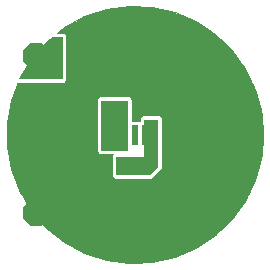
<source format=gbl>
G75*
%MOIN*%
%OFA0B0*%
%FSLAX25Y25*%
%IPPOS*%
%LPD*%
%AMOC8*
5,1,8,0,0,1.08239X$1,22.5*
%
%ADD10R,0.01969X0.06693*%
%ADD11R,0.00984X0.06693*%
%ADD12OC8,0.08600*%
%ADD13C,0.00300*%
%ADD14C,0.02778*%
%ADD15C,0.03762*%
%ADD16C,0.05000*%
D10*
X0046600Y0047850D03*
D11*
X0043746Y0047850D03*
X0049454Y0047850D03*
D12*
X0013475Y0074100D03*
X0013475Y0021600D03*
D13*
X0020355Y0014193D02*
X0073082Y0014193D01*
X0073317Y0014349D02*
X0066905Y0010116D01*
X0059841Y0007097D01*
X0052352Y0005388D01*
X0044678Y0005043D01*
X0037065Y0006074D01*
X0029759Y0008448D01*
X0022994Y0012089D01*
X0016988Y0016878D01*
X0011934Y0022663D01*
X0007993Y0029258D01*
X0005294Y0036450D01*
X0003922Y0044009D01*
X0003922Y0051691D01*
X0005294Y0059250D01*
X0007490Y0065100D01*
X0022846Y0065100D01*
X0023725Y0065979D01*
X0023725Y0080971D01*
X0022846Y0081850D01*
X0020785Y0081850D01*
X0022994Y0083611D01*
X0029759Y0087252D01*
X0037065Y0089626D01*
X0044678Y0090657D01*
X0052352Y0090312D01*
X0059841Y0088603D01*
X0066905Y0085584D01*
X0073317Y0081351D01*
X0078869Y0076043D01*
X0083385Y0069828D01*
X0086718Y0062906D01*
X0088761Y0055501D01*
X0089450Y0047850D01*
X0088761Y0040199D01*
X0086718Y0032794D01*
X0083385Y0025872D01*
X0078869Y0019657D01*
X0073317Y0014349D01*
X0073467Y0014492D02*
X0019980Y0014492D01*
X0019606Y0014790D02*
X0073779Y0014790D01*
X0074091Y0015089D02*
X0019232Y0015089D01*
X0018857Y0015387D02*
X0074403Y0015387D01*
X0074715Y0015686D02*
X0018483Y0015686D01*
X0018109Y0015984D02*
X0075028Y0015984D01*
X0075340Y0016283D02*
X0017734Y0016283D01*
X0017360Y0016582D02*
X0075652Y0016582D01*
X0075964Y0016880D02*
X0016986Y0016880D01*
X0016726Y0017179D02*
X0076277Y0017179D01*
X0076589Y0017477D02*
X0016465Y0017477D01*
X0016204Y0017776D02*
X0076901Y0017776D01*
X0077213Y0018074D02*
X0015943Y0018074D01*
X0015682Y0018373D02*
X0077525Y0018373D01*
X0077838Y0018671D02*
X0015422Y0018671D01*
X0015161Y0018970D02*
X0078150Y0018970D01*
X0078462Y0019268D02*
X0014900Y0019268D01*
X0014639Y0019567D02*
X0078774Y0019567D01*
X0078869Y0019657D02*
X0078869Y0019657D01*
X0079020Y0019865D02*
X0014378Y0019865D01*
X0014118Y0020164D02*
X0079237Y0020164D01*
X0079454Y0020462D02*
X0013857Y0020462D01*
X0013596Y0020761D02*
X0079671Y0020761D01*
X0079888Y0021059D02*
X0013335Y0021059D01*
X0013074Y0021358D02*
X0080105Y0021358D01*
X0080321Y0021656D02*
X0012814Y0021656D01*
X0012553Y0021955D02*
X0080538Y0021955D01*
X0080755Y0022253D02*
X0012292Y0022253D01*
X0012031Y0022552D02*
X0080972Y0022552D01*
X0081189Y0022850D02*
X0011822Y0022850D01*
X0011644Y0023149D02*
X0081406Y0023149D01*
X0081623Y0023447D02*
X0011465Y0023447D01*
X0011287Y0023746D02*
X0081840Y0023746D01*
X0082056Y0024044D02*
X0011109Y0024044D01*
X0010930Y0024343D02*
X0082273Y0024343D01*
X0082490Y0024641D02*
X0010752Y0024641D01*
X0010573Y0024940D02*
X0082707Y0024940D01*
X0082924Y0025238D02*
X0010395Y0025238D01*
X0010217Y0025537D02*
X0083141Y0025537D01*
X0083358Y0025835D02*
X0010038Y0025835D01*
X0009860Y0026134D02*
X0083511Y0026134D01*
X0083654Y0026432D02*
X0009682Y0026432D01*
X0009503Y0026731D02*
X0083798Y0026731D01*
X0083942Y0027029D02*
X0009325Y0027029D01*
X0009147Y0027328D02*
X0084086Y0027328D01*
X0084229Y0027626D02*
X0008968Y0027626D01*
X0008790Y0027925D02*
X0084373Y0027925D01*
X0084517Y0028223D02*
X0008612Y0028223D01*
X0008433Y0028522D02*
X0084661Y0028522D01*
X0084804Y0028820D02*
X0008255Y0028820D01*
X0008077Y0029119D02*
X0084948Y0029119D01*
X0085092Y0029418D02*
X0007934Y0029418D01*
X0007822Y0029716D02*
X0085236Y0029716D01*
X0085379Y0030015D02*
X0007710Y0030015D01*
X0007598Y0030313D02*
X0085523Y0030313D01*
X0085667Y0030612D02*
X0007486Y0030612D01*
X0007373Y0030910D02*
X0085811Y0030910D01*
X0085954Y0031209D02*
X0007261Y0031209D01*
X0007149Y0031507D02*
X0086098Y0031507D01*
X0086242Y0031806D02*
X0007037Y0031806D01*
X0006925Y0032104D02*
X0086386Y0032104D01*
X0086529Y0032403D02*
X0006813Y0032403D01*
X0006701Y0032701D02*
X0086673Y0032701D01*
X0086775Y0033000D02*
X0006589Y0033000D01*
X0006477Y0033298D02*
X0039656Y0033298D01*
X0039729Y0033225D02*
X0040971Y0033225D01*
X0052221Y0033225D01*
X0053100Y0034104D01*
X0055600Y0036604D01*
X0055600Y0053471D01*
X0054721Y0054350D01*
X0049104Y0054350D01*
X0048225Y0053471D01*
X0048225Y0052465D01*
X0048143Y0052546D01*
X0045600Y0052546D01*
X0045600Y0059721D01*
X0044721Y0060600D01*
X0034729Y0060600D01*
X0033850Y0059721D01*
X0033850Y0042229D01*
X0034729Y0041350D01*
X0039229Y0041350D01*
X0038850Y0040971D01*
X0038850Y0034104D01*
X0039729Y0033225D01*
X0039357Y0033597D02*
X0006365Y0033597D01*
X0006253Y0033895D02*
X0039058Y0033895D01*
X0038850Y0034194D02*
X0006141Y0034194D01*
X0006029Y0034492D02*
X0038850Y0034492D01*
X0038850Y0034791D02*
X0005917Y0034791D01*
X0005805Y0035089D02*
X0038850Y0035089D01*
X0038850Y0035388D02*
X0005693Y0035388D01*
X0005581Y0035686D02*
X0038850Y0035686D01*
X0038850Y0035985D02*
X0005469Y0035985D01*
X0005357Y0036283D02*
X0038850Y0036283D01*
X0038850Y0036582D02*
X0005270Y0036582D01*
X0005216Y0036880D02*
X0038850Y0036880D01*
X0038850Y0037179D02*
X0005162Y0037179D01*
X0005108Y0037477D02*
X0038850Y0037477D01*
X0038850Y0037776D02*
X0005054Y0037776D01*
X0004999Y0038074D02*
X0038850Y0038074D01*
X0038850Y0038373D02*
X0004945Y0038373D01*
X0004891Y0038671D02*
X0038850Y0038671D01*
X0038850Y0038970D02*
X0004837Y0038970D01*
X0004783Y0039268D02*
X0038850Y0039268D01*
X0038850Y0039567D02*
X0004729Y0039567D01*
X0004674Y0039865D02*
X0038850Y0039865D01*
X0038850Y0040164D02*
X0004620Y0040164D01*
X0004566Y0040462D02*
X0038850Y0040462D01*
X0038850Y0040761D02*
X0004512Y0040761D01*
X0004458Y0041059D02*
X0038938Y0041059D01*
X0040350Y0040350D02*
X0049725Y0040350D01*
X0049725Y0052850D01*
X0054100Y0052850D01*
X0054100Y0037225D01*
X0051600Y0034725D01*
X0040350Y0034725D01*
X0040350Y0040350D01*
X0040350Y0040164D02*
X0054100Y0040164D01*
X0054100Y0040462D02*
X0049725Y0040462D01*
X0049725Y0040761D02*
X0054100Y0040761D01*
X0054100Y0041059D02*
X0049725Y0041059D01*
X0049725Y0041358D02*
X0054100Y0041358D01*
X0054100Y0041656D02*
X0049725Y0041656D01*
X0049725Y0041955D02*
X0054100Y0041955D01*
X0054100Y0042253D02*
X0049725Y0042253D01*
X0049725Y0042552D02*
X0054100Y0042552D01*
X0054100Y0042851D02*
X0049725Y0042851D01*
X0049725Y0043149D02*
X0054100Y0043149D01*
X0054100Y0043448D02*
X0049725Y0043448D01*
X0049725Y0043746D02*
X0054100Y0043746D01*
X0054100Y0044045D02*
X0049725Y0044045D01*
X0049725Y0044343D02*
X0054100Y0044343D01*
X0054100Y0044642D02*
X0049725Y0044642D01*
X0049725Y0044940D02*
X0054100Y0044940D01*
X0054100Y0045239D02*
X0049725Y0045239D01*
X0049725Y0045537D02*
X0054100Y0045537D01*
X0054100Y0045836D02*
X0049725Y0045836D01*
X0049725Y0046134D02*
X0054100Y0046134D01*
X0054100Y0046433D02*
X0049725Y0046433D01*
X0049725Y0046731D02*
X0054100Y0046731D01*
X0054100Y0047030D02*
X0049725Y0047030D01*
X0049725Y0047328D02*
X0054100Y0047328D01*
X0054100Y0047627D02*
X0049725Y0047627D01*
X0049725Y0047925D02*
X0054100Y0047925D01*
X0054100Y0048224D02*
X0049725Y0048224D01*
X0049725Y0048522D02*
X0054100Y0048522D01*
X0054100Y0048821D02*
X0049725Y0048821D01*
X0049725Y0049119D02*
X0054100Y0049119D01*
X0054100Y0049418D02*
X0049725Y0049418D01*
X0049725Y0049716D02*
X0054100Y0049716D01*
X0054100Y0050015D02*
X0049725Y0050015D01*
X0049725Y0050313D02*
X0054100Y0050313D01*
X0054100Y0050612D02*
X0049725Y0050612D01*
X0049725Y0050910D02*
X0054100Y0050910D01*
X0054100Y0051209D02*
X0049725Y0051209D01*
X0049725Y0051507D02*
X0054100Y0051507D01*
X0054100Y0051806D02*
X0049725Y0051806D01*
X0049725Y0052104D02*
X0054100Y0052104D01*
X0054100Y0052403D02*
X0049725Y0052403D01*
X0049725Y0052701D02*
X0054100Y0052701D01*
X0055600Y0052701D02*
X0089013Y0052701D01*
X0089040Y0052403D02*
X0055600Y0052403D01*
X0055600Y0052104D02*
X0089067Y0052104D01*
X0089094Y0051806D02*
X0055600Y0051806D01*
X0055600Y0051507D02*
X0089121Y0051507D01*
X0089148Y0051209D02*
X0055600Y0051209D01*
X0055600Y0050910D02*
X0089175Y0050910D01*
X0089201Y0050612D02*
X0055600Y0050612D01*
X0055600Y0050313D02*
X0089228Y0050313D01*
X0089255Y0050015D02*
X0055600Y0050015D01*
X0055600Y0049716D02*
X0089282Y0049716D01*
X0089309Y0049418D02*
X0055600Y0049418D01*
X0055600Y0049119D02*
X0089336Y0049119D01*
X0089363Y0048821D02*
X0055600Y0048821D01*
X0055600Y0048522D02*
X0089389Y0048522D01*
X0089416Y0048224D02*
X0055600Y0048224D01*
X0055600Y0047925D02*
X0089443Y0047925D01*
X0089430Y0047627D02*
X0055600Y0047627D01*
X0055600Y0047328D02*
X0089403Y0047328D01*
X0089376Y0047030D02*
X0055600Y0047030D01*
X0055600Y0046731D02*
X0089349Y0046731D01*
X0089322Y0046433D02*
X0055600Y0046433D01*
X0055600Y0046134D02*
X0089296Y0046134D01*
X0089269Y0045836D02*
X0055600Y0045836D01*
X0055600Y0045537D02*
X0089242Y0045537D01*
X0089215Y0045239D02*
X0055600Y0045239D01*
X0055600Y0044940D02*
X0089188Y0044940D01*
X0089161Y0044642D02*
X0055600Y0044642D01*
X0055600Y0044343D02*
X0089134Y0044343D01*
X0089108Y0044045D02*
X0055600Y0044045D01*
X0055600Y0043746D02*
X0089081Y0043746D01*
X0089054Y0043448D02*
X0055600Y0043448D01*
X0055600Y0043149D02*
X0089027Y0043149D01*
X0089000Y0042851D02*
X0055600Y0042851D01*
X0055600Y0042552D02*
X0088973Y0042552D01*
X0088946Y0042253D02*
X0055600Y0042253D01*
X0055600Y0041955D02*
X0088919Y0041955D01*
X0088893Y0041656D02*
X0055600Y0041656D01*
X0055600Y0041358D02*
X0088866Y0041358D01*
X0088839Y0041059D02*
X0055600Y0041059D01*
X0055600Y0040761D02*
X0088812Y0040761D01*
X0088785Y0040462D02*
X0055600Y0040462D01*
X0055600Y0040164D02*
X0088752Y0040164D01*
X0088761Y0040199D02*
X0088761Y0040199D01*
X0088669Y0039865D02*
X0055600Y0039865D01*
X0055600Y0039567D02*
X0088587Y0039567D01*
X0088505Y0039268D02*
X0055600Y0039268D01*
X0055600Y0038970D02*
X0088422Y0038970D01*
X0088340Y0038671D02*
X0055600Y0038671D01*
X0055600Y0038373D02*
X0088257Y0038373D01*
X0088175Y0038074D02*
X0055600Y0038074D01*
X0055600Y0037776D02*
X0088093Y0037776D01*
X0088010Y0037477D02*
X0055600Y0037477D01*
X0055600Y0037179D02*
X0087928Y0037179D01*
X0087846Y0036880D02*
X0055600Y0036880D01*
X0055578Y0036582D02*
X0087763Y0036582D01*
X0087681Y0036283D02*
X0055280Y0036283D01*
X0054981Y0035985D02*
X0087598Y0035985D01*
X0087516Y0035686D02*
X0054683Y0035686D01*
X0054384Y0035388D02*
X0087434Y0035388D01*
X0087351Y0035089D02*
X0054086Y0035089D01*
X0053787Y0034791D02*
X0087269Y0034791D01*
X0087186Y0034492D02*
X0053489Y0034492D01*
X0053190Y0034194D02*
X0087104Y0034194D01*
X0087022Y0033895D02*
X0052891Y0033895D01*
X0052593Y0033597D02*
X0086939Y0033597D01*
X0086857Y0033298D02*
X0052294Y0033298D01*
X0051666Y0034791D02*
X0040350Y0034791D01*
X0040350Y0035089D02*
X0051964Y0035089D01*
X0052263Y0035388D02*
X0040350Y0035388D01*
X0040350Y0035686D02*
X0052561Y0035686D01*
X0052860Y0035985D02*
X0040350Y0035985D01*
X0040350Y0036283D02*
X0053158Y0036283D01*
X0053457Y0036582D02*
X0040350Y0036582D01*
X0040350Y0036880D02*
X0053755Y0036880D01*
X0054054Y0037179D02*
X0040350Y0037179D01*
X0040350Y0037477D02*
X0054100Y0037477D01*
X0054100Y0037776D02*
X0040350Y0037776D01*
X0040350Y0038074D02*
X0054100Y0038074D01*
X0054100Y0038373D02*
X0040350Y0038373D01*
X0040350Y0038671D02*
X0054100Y0038671D01*
X0054100Y0038970D02*
X0040350Y0038970D01*
X0040350Y0039268D02*
X0054100Y0039268D01*
X0054100Y0039567D02*
X0040350Y0039567D01*
X0040350Y0039865D02*
X0054100Y0039865D01*
X0044100Y0042850D02*
X0035350Y0042850D01*
X0035350Y0059100D01*
X0044100Y0059100D01*
X0044100Y0042850D01*
X0044100Y0042851D02*
X0035350Y0042851D01*
X0035350Y0043149D02*
X0044100Y0043149D01*
X0044100Y0043448D02*
X0035350Y0043448D01*
X0035350Y0043746D02*
X0044100Y0043746D01*
X0044100Y0044045D02*
X0035350Y0044045D01*
X0035350Y0044343D02*
X0044100Y0044343D01*
X0044100Y0044642D02*
X0035350Y0044642D01*
X0035350Y0044940D02*
X0044100Y0044940D01*
X0044100Y0045239D02*
X0035350Y0045239D01*
X0035350Y0045537D02*
X0044100Y0045537D01*
X0044100Y0045836D02*
X0035350Y0045836D01*
X0035350Y0046134D02*
X0044100Y0046134D01*
X0044100Y0046433D02*
X0035350Y0046433D01*
X0035350Y0046731D02*
X0044100Y0046731D01*
X0044100Y0047030D02*
X0035350Y0047030D01*
X0035350Y0047328D02*
X0044100Y0047328D01*
X0044100Y0047627D02*
X0035350Y0047627D01*
X0035350Y0047925D02*
X0044100Y0047925D01*
X0044100Y0048224D02*
X0035350Y0048224D01*
X0035350Y0048522D02*
X0044100Y0048522D01*
X0044100Y0048821D02*
X0035350Y0048821D01*
X0035350Y0049119D02*
X0044100Y0049119D01*
X0044100Y0049418D02*
X0035350Y0049418D01*
X0035350Y0049716D02*
X0044100Y0049716D01*
X0044100Y0050015D02*
X0035350Y0050015D01*
X0035350Y0050313D02*
X0044100Y0050313D01*
X0044100Y0050612D02*
X0035350Y0050612D01*
X0035350Y0050910D02*
X0044100Y0050910D01*
X0044100Y0051209D02*
X0035350Y0051209D01*
X0035350Y0051507D02*
X0044100Y0051507D01*
X0044100Y0051806D02*
X0035350Y0051806D01*
X0035350Y0052104D02*
X0044100Y0052104D01*
X0044100Y0052403D02*
X0035350Y0052403D01*
X0035350Y0052701D02*
X0044100Y0052701D01*
X0044100Y0053000D02*
X0035350Y0053000D01*
X0035350Y0053298D02*
X0044100Y0053298D01*
X0044100Y0053597D02*
X0035350Y0053597D01*
X0035350Y0053895D02*
X0044100Y0053895D01*
X0044100Y0054194D02*
X0035350Y0054194D01*
X0035350Y0054492D02*
X0044100Y0054492D01*
X0044100Y0054791D02*
X0035350Y0054791D01*
X0035350Y0055089D02*
X0044100Y0055089D01*
X0044100Y0055388D02*
X0035350Y0055388D01*
X0035350Y0055687D02*
X0044100Y0055687D01*
X0044100Y0055985D02*
X0035350Y0055985D01*
X0035350Y0056284D02*
X0044100Y0056284D01*
X0044100Y0056582D02*
X0035350Y0056582D01*
X0035350Y0056881D02*
X0044100Y0056881D01*
X0044100Y0057179D02*
X0035350Y0057179D01*
X0035350Y0057478D02*
X0044100Y0057478D01*
X0044100Y0057776D02*
X0035350Y0057776D01*
X0035350Y0058075D02*
X0044100Y0058075D01*
X0044100Y0058373D02*
X0035350Y0058373D01*
X0035350Y0058672D02*
X0044100Y0058672D01*
X0044100Y0058970D02*
X0035350Y0058970D01*
X0033850Y0058970D02*
X0005243Y0058970D01*
X0005189Y0058672D02*
X0033850Y0058672D01*
X0033850Y0058373D02*
X0005135Y0058373D01*
X0005081Y0058075D02*
X0033850Y0058075D01*
X0033850Y0057776D02*
X0005027Y0057776D01*
X0004973Y0057478D02*
X0033850Y0057478D01*
X0033850Y0057179D02*
X0004918Y0057179D01*
X0004864Y0056881D02*
X0033850Y0056881D01*
X0033850Y0056582D02*
X0004810Y0056582D01*
X0004756Y0056284D02*
X0033850Y0056284D01*
X0033850Y0055985D02*
X0004702Y0055985D01*
X0004648Y0055687D02*
X0033850Y0055687D01*
X0033850Y0055388D02*
X0004593Y0055388D01*
X0004539Y0055089D02*
X0033850Y0055089D01*
X0033850Y0054791D02*
X0004485Y0054791D01*
X0004431Y0054492D02*
X0033850Y0054492D01*
X0033850Y0054194D02*
X0004377Y0054194D01*
X0004323Y0053895D02*
X0033850Y0053895D01*
X0033850Y0053597D02*
X0004268Y0053597D01*
X0004214Y0053298D02*
X0033850Y0053298D01*
X0033850Y0053000D02*
X0004160Y0053000D01*
X0004106Y0052701D02*
X0033850Y0052701D01*
X0033850Y0052403D02*
X0004052Y0052403D01*
X0003997Y0052104D02*
X0033850Y0052104D01*
X0033850Y0051806D02*
X0003943Y0051806D01*
X0003922Y0051507D02*
X0033850Y0051507D01*
X0033850Y0051209D02*
X0003922Y0051209D01*
X0003922Y0050910D02*
X0033850Y0050910D01*
X0033850Y0050612D02*
X0003922Y0050612D01*
X0003922Y0050313D02*
X0033850Y0050313D01*
X0033850Y0050015D02*
X0003922Y0050015D01*
X0003922Y0049716D02*
X0033850Y0049716D01*
X0033850Y0049418D02*
X0003922Y0049418D01*
X0003922Y0049119D02*
X0033850Y0049119D01*
X0033850Y0048821D02*
X0003922Y0048821D01*
X0003922Y0048522D02*
X0033850Y0048522D01*
X0033850Y0048224D02*
X0003922Y0048224D01*
X0003922Y0047925D02*
X0033850Y0047925D01*
X0033850Y0047627D02*
X0003922Y0047627D01*
X0003922Y0047328D02*
X0033850Y0047328D01*
X0033850Y0047030D02*
X0003922Y0047030D01*
X0003922Y0046731D02*
X0033850Y0046731D01*
X0033850Y0046433D02*
X0003922Y0046433D01*
X0003922Y0046134D02*
X0033850Y0046134D01*
X0033850Y0045836D02*
X0003922Y0045836D01*
X0003922Y0045537D02*
X0033850Y0045537D01*
X0033850Y0045239D02*
X0003922Y0045239D01*
X0003922Y0044940D02*
X0033850Y0044940D01*
X0033850Y0044642D02*
X0003922Y0044642D01*
X0003922Y0044343D02*
X0033850Y0044343D01*
X0033850Y0044045D02*
X0003922Y0044045D01*
X0003970Y0043746D02*
X0033850Y0043746D01*
X0033850Y0043448D02*
X0004024Y0043448D01*
X0004079Y0043149D02*
X0033850Y0043149D01*
X0033850Y0042851D02*
X0004133Y0042851D01*
X0004187Y0042552D02*
X0033850Y0042552D01*
X0033850Y0042253D02*
X0004241Y0042253D01*
X0004295Y0041955D02*
X0034124Y0041955D01*
X0034422Y0041656D02*
X0004349Y0041656D01*
X0004404Y0041358D02*
X0034721Y0041358D01*
X0045600Y0052701D02*
X0048225Y0052701D01*
X0048225Y0053000D02*
X0045600Y0053000D01*
X0045600Y0053298D02*
X0048225Y0053298D01*
X0048351Y0053597D02*
X0045600Y0053597D01*
X0045600Y0053895D02*
X0048649Y0053895D01*
X0048948Y0054194D02*
X0045600Y0054194D01*
X0045600Y0054492D02*
X0088852Y0054492D01*
X0088879Y0054194D02*
X0054877Y0054194D01*
X0055176Y0053895D02*
X0088906Y0053895D01*
X0088933Y0053597D02*
X0055474Y0053597D01*
X0055600Y0053298D02*
X0088960Y0053298D01*
X0088986Y0053000D02*
X0055600Y0053000D01*
X0045600Y0054791D02*
X0088825Y0054791D01*
X0088798Y0055089D02*
X0045600Y0055089D01*
X0045600Y0055388D02*
X0088772Y0055388D01*
X0088710Y0055687D02*
X0045600Y0055687D01*
X0045600Y0055985D02*
X0088628Y0055985D01*
X0088545Y0056284D02*
X0045600Y0056284D01*
X0045600Y0056582D02*
X0088463Y0056582D01*
X0088381Y0056881D02*
X0045600Y0056881D01*
X0045600Y0057179D02*
X0088298Y0057179D01*
X0088216Y0057478D02*
X0045600Y0057478D01*
X0045600Y0057776D02*
X0088134Y0057776D01*
X0088051Y0058075D02*
X0045600Y0058075D01*
X0045600Y0058373D02*
X0087969Y0058373D01*
X0087886Y0058672D02*
X0045600Y0058672D01*
X0045600Y0058970D02*
X0087804Y0058970D01*
X0087722Y0059269D02*
X0045600Y0059269D01*
X0045600Y0059567D02*
X0087639Y0059567D01*
X0087557Y0059866D02*
X0045456Y0059866D01*
X0045157Y0060164D02*
X0087474Y0060164D01*
X0087392Y0060463D02*
X0044859Y0060463D01*
X0034591Y0060463D02*
X0005749Y0060463D01*
X0005861Y0060761D02*
X0087310Y0060761D01*
X0087227Y0061060D02*
X0005973Y0061060D01*
X0006086Y0061358D02*
X0087145Y0061358D01*
X0087063Y0061657D02*
X0006198Y0061657D01*
X0006310Y0061955D02*
X0086980Y0061955D01*
X0086898Y0062254D02*
X0006422Y0062254D01*
X0006534Y0062552D02*
X0086815Y0062552D01*
X0086733Y0062851D02*
X0006646Y0062851D01*
X0006758Y0063149D02*
X0086601Y0063149D01*
X0086457Y0063448D02*
X0006870Y0063448D01*
X0006982Y0063746D02*
X0086313Y0063746D01*
X0086169Y0064045D02*
X0007094Y0064045D01*
X0007206Y0064343D02*
X0086026Y0064343D01*
X0085882Y0064642D02*
X0007318Y0064642D01*
X0007430Y0064940D02*
X0085738Y0064940D01*
X0085594Y0065239D02*
X0022985Y0065239D01*
X0023284Y0065537D02*
X0085451Y0065537D01*
X0085307Y0065836D02*
X0023582Y0065836D01*
X0023725Y0066134D02*
X0085163Y0066134D01*
X0085019Y0066433D02*
X0023725Y0066433D01*
X0023725Y0066731D02*
X0084876Y0066731D01*
X0084732Y0067030D02*
X0023725Y0067030D01*
X0023725Y0067328D02*
X0084588Y0067328D01*
X0084444Y0067627D02*
X0023725Y0067627D01*
X0023725Y0067925D02*
X0084301Y0067925D01*
X0084157Y0068224D02*
X0023725Y0068224D01*
X0023725Y0068522D02*
X0084013Y0068522D01*
X0083869Y0068821D02*
X0023725Y0068821D01*
X0023725Y0069120D02*
X0083726Y0069120D01*
X0083582Y0069418D02*
X0023725Y0069418D01*
X0023725Y0069717D02*
X0083438Y0069717D01*
X0083248Y0070015D02*
X0023725Y0070015D01*
X0023725Y0070314D02*
X0083032Y0070314D01*
X0082815Y0070612D02*
X0023725Y0070612D01*
X0023725Y0070911D02*
X0082598Y0070911D01*
X0082381Y0071209D02*
X0023725Y0071209D01*
X0023725Y0071508D02*
X0082164Y0071508D01*
X0081947Y0071806D02*
X0023725Y0071806D01*
X0023725Y0072105D02*
X0081730Y0072105D01*
X0081513Y0072403D02*
X0023725Y0072403D01*
X0023725Y0072702D02*
X0081296Y0072702D01*
X0081080Y0073000D02*
X0023725Y0073000D01*
X0023725Y0073299D02*
X0080863Y0073299D01*
X0080646Y0073597D02*
X0023725Y0073597D01*
X0023725Y0073896D02*
X0080429Y0073896D01*
X0080212Y0074194D02*
X0023725Y0074194D01*
X0023725Y0074493D02*
X0079995Y0074493D01*
X0079778Y0074791D02*
X0023725Y0074791D01*
X0023725Y0075090D02*
X0079561Y0075090D01*
X0079345Y0075388D02*
X0023725Y0075388D01*
X0023725Y0075687D02*
X0079128Y0075687D01*
X0078911Y0075985D02*
X0023725Y0075985D01*
X0023725Y0076284D02*
X0078617Y0076284D01*
X0078305Y0076582D02*
X0023725Y0076582D01*
X0023725Y0076881D02*
X0077992Y0076881D01*
X0077680Y0077179D02*
X0023725Y0077179D01*
X0023725Y0077478D02*
X0077368Y0077478D01*
X0077056Y0077776D02*
X0023725Y0077776D01*
X0023725Y0078075D02*
X0076744Y0078075D01*
X0076431Y0078373D02*
X0023725Y0078373D01*
X0023725Y0078672D02*
X0076119Y0078672D01*
X0075807Y0078970D02*
X0023725Y0078970D01*
X0023725Y0079269D02*
X0075495Y0079269D01*
X0075183Y0079567D02*
X0023725Y0079567D01*
X0023725Y0079866D02*
X0074870Y0079866D01*
X0074558Y0080164D02*
X0023725Y0080164D01*
X0023725Y0080463D02*
X0074246Y0080463D01*
X0073934Y0080761D02*
X0023725Y0080761D01*
X0023636Y0081060D02*
X0073621Y0081060D01*
X0073306Y0081358D02*
X0023338Y0081358D01*
X0023039Y0081657D02*
X0072854Y0081657D01*
X0072401Y0081955D02*
X0020918Y0081955D01*
X0021292Y0082254D02*
X0071949Y0082254D01*
X0071497Y0082553D02*
X0021666Y0082553D01*
X0022040Y0082851D02*
X0071045Y0082851D01*
X0070593Y0083150D02*
X0022415Y0083150D01*
X0022789Y0083448D02*
X0070140Y0083448D01*
X0069688Y0083747D02*
X0023245Y0083747D01*
X0023800Y0084045D02*
X0069236Y0084045D01*
X0068784Y0084344D02*
X0024355Y0084344D01*
X0024909Y0084642D02*
X0068331Y0084642D01*
X0067879Y0084941D02*
X0025464Y0084941D01*
X0026019Y0085239D02*
X0067427Y0085239D01*
X0066975Y0085538D02*
X0026573Y0085538D01*
X0027128Y0085836D02*
X0066314Y0085836D01*
X0065616Y0086135D02*
X0027683Y0086135D01*
X0028238Y0086433D02*
X0064917Y0086433D01*
X0064219Y0086732D02*
X0028792Y0086732D01*
X0029347Y0087030D02*
X0063521Y0087030D01*
X0062822Y0087329D02*
X0029996Y0087329D01*
X0030914Y0087627D02*
X0062124Y0087627D01*
X0061425Y0087926D02*
X0031833Y0087926D01*
X0032752Y0088224D02*
X0060727Y0088224D01*
X0060029Y0088523D02*
X0033671Y0088523D01*
X0034589Y0088821D02*
X0058884Y0088821D01*
X0057576Y0089120D02*
X0035508Y0089120D01*
X0036427Y0089418D02*
X0056268Y0089418D01*
X0054960Y0089717D02*
X0037738Y0089717D01*
X0039941Y0090015D02*
X0053653Y0090015D01*
X0052316Y0090314D02*
X0042145Y0090314D01*
X0044349Y0090612D02*
X0045669Y0090612D01*
X0022225Y0080350D02*
X0018904Y0080350D01*
X0016988Y0078822D01*
X0011934Y0073037D01*
X0008088Y0066600D01*
X0022225Y0066600D01*
X0022225Y0080350D01*
X0022225Y0080164D02*
X0018672Y0080164D01*
X0018297Y0079866D02*
X0022225Y0079866D01*
X0022225Y0079567D02*
X0017923Y0079567D01*
X0017549Y0079269D02*
X0022225Y0079269D01*
X0022225Y0078970D02*
X0017174Y0078970D01*
X0016857Y0078672D02*
X0022225Y0078672D01*
X0022225Y0078373D02*
X0016596Y0078373D01*
X0016335Y0078075D02*
X0022225Y0078075D01*
X0022225Y0077776D02*
X0016075Y0077776D01*
X0015814Y0077478D02*
X0022225Y0077478D01*
X0022225Y0077179D02*
X0015553Y0077179D01*
X0015292Y0076881D02*
X0022225Y0076881D01*
X0022225Y0076582D02*
X0015031Y0076582D01*
X0014771Y0076284D02*
X0022225Y0076284D01*
X0022225Y0075985D02*
X0014510Y0075985D01*
X0014249Y0075687D02*
X0022225Y0075687D01*
X0022225Y0075388D02*
X0013988Y0075388D01*
X0013727Y0075090D02*
X0022225Y0075090D01*
X0022225Y0074791D02*
X0013467Y0074791D01*
X0013206Y0074493D02*
X0022225Y0074493D01*
X0022225Y0074194D02*
X0012945Y0074194D01*
X0012684Y0073896D02*
X0022225Y0073896D01*
X0022225Y0073597D02*
X0012423Y0073597D01*
X0012163Y0073299D02*
X0022225Y0073299D01*
X0022225Y0073000D02*
X0011912Y0073000D01*
X0011733Y0072702D02*
X0022225Y0072702D01*
X0022225Y0072403D02*
X0011555Y0072403D01*
X0011377Y0072105D02*
X0022225Y0072105D01*
X0022225Y0071806D02*
X0011198Y0071806D01*
X0011020Y0071508D02*
X0022225Y0071508D01*
X0022225Y0071209D02*
X0010842Y0071209D01*
X0010663Y0070911D02*
X0022225Y0070911D01*
X0022225Y0070612D02*
X0010485Y0070612D01*
X0010307Y0070314D02*
X0022225Y0070314D01*
X0022225Y0070015D02*
X0010128Y0070015D01*
X0009950Y0069717D02*
X0022225Y0069717D01*
X0022225Y0069418D02*
X0009772Y0069418D01*
X0009593Y0069120D02*
X0022225Y0069120D01*
X0022225Y0068821D02*
X0009415Y0068821D01*
X0009237Y0068522D02*
X0022225Y0068522D01*
X0022225Y0068224D02*
X0009058Y0068224D01*
X0008880Y0067925D02*
X0022225Y0067925D01*
X0022225Y0067627D02*
X0008701Y0067627D01*
X0008523Y0067328D02*
X0022225Y0067328D01*
X0022225Y0067030D02*
X0008345Y0067030D01*
X0008166Y0066731D02*
X0022225Y0066731D01*
X0033994Y0059866D02*
X0005525Y0059866D01*
X0005637Y0060164D02*
X0034293Y0060164D01*
X0033850Y0059567D02*
X0005413Y0059567D01*
X0005301Y0059269D02*
X0033850Y0059269D01*
X0020729Y0013895D02*
X0072629Y0013895D01*
X0072177Y0013596D02*
X0021103Y0013596D01*
X0021478Y0013298D02*
X0071725Y0013298D01*
X0071273Y0012999D02*
X0021852Y0012999D01*
X0022226Y0012701D02*
X0070820Y0012701D01*
X0070368Y0012402D02*
X0022601Y0012402D01*
X0022975Y0012104D02*
X0069916Y0012104D01*
X0069464Y0011805D02*
X0023520Y0011805D01*
X0024075Y0011507D02*
X0069012Y0011507D01*
X0068559Y0011208D02*
X0024630Y0011208D01*
X0025184Y0010910D02*
X0068107Y0010910D01*
X0067655Y0010611D02*
X0025739Y0010611D01*
X0026294Y0010313D02*
X0067203Y0010313D01*
X0066666Y0010014D02*
X0026849Y0010014D01*
X0027403Y0009716D02*
X0065968Y0009716D01*
X0065269Y0009417D02*
X0027958Y0009417D01*
X0028513Y0009119D02*
X0064571Y0009119D01*
X0063873Y0008820D02*
X0029068Y0008820D01*
X0029622Y0008522D02*
X0063174Y0008522D01*
X0062476Y0008223D02*
X0030451Y0008223D01*
X0031370Y0007925D02*
X0061777Y0007925D01*
X0061079Y0007626D02*
X0032289Y0007626D01*
X0033208Y0007328D02*
X0060381Y0007328D01*
X0059543Y0007029D02*
X0034126Y0007029D01*
X0035045Y0006731D02*
X0058235Y0006731D01*
X0056927Y0006432D02*
X0035964Y0006432D01*
X0036882Y0006134D02*
X0055620Y0006134D01*
X0054312Y0005835D02*
X0038831Y0005835D01*
X0041035Y0005537D02*
X0053004Y0005537D01*
X0049019Y0005238D02*
X0043238Y0005238D01*
D14*
X0049725Y0009725D03*
X0053475Y0009725D03*
X0019725Y0021600D03*
X0018475Y0017225D03*
X0017850Y0025975D03*
X0013475Y0027850D03*
X0040350Y0044725D03*
X0040350Y0047850D03*
X0040350Y0050975D03*
X0052850Y0050975D03*
X0052850Y0047850D03*
X0052850Y0044725D03*
X0018475Y0069725D03*
X0013475Y0067850D03*
X0019725Y0074100D03*
X0018475Y0078475D03*
D15*
X0059100Y0069100D03*
X0059100Y0064100D03*
X0065350Y0063475D03*
X0065350Y0057850D03*
X0060350Y0036600D03*
X0054725Y0030350D03*
X0054725Y0025350D03*
D16*
X0019725Y0074100D02*
X0013475Y0074100D01*
M02*

</source>
